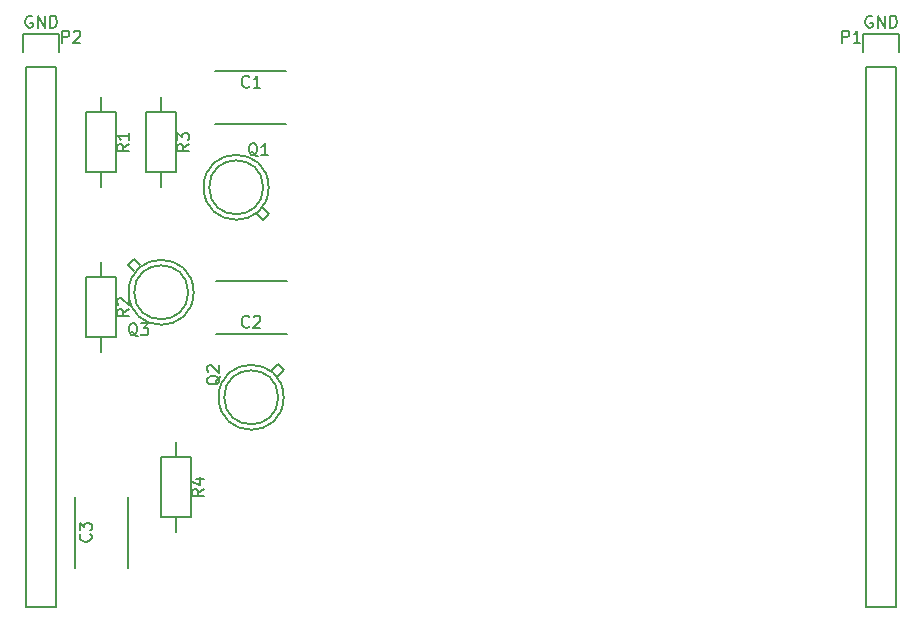
<source format=gbr>
G04 #@! TF.FileFunction,Legend,Top*
%FSLAX46Y46*%
G04 Gerber Fmt 4.6, Leading zero omitted, Abs format (unit mm)*
G04 Created by KiCad (PCBNEW 4.0.3+e1-6302~38~ubuntu16.04.1-stable) date Thu Aug 25 17:12:23 2016*
%MOMM*%
%LPD*%
G01*
G04 APERTURE LIST*
%ADD10C,0.100000*%
%ADD11C,0.150000*%
G04 APERTURE END LIST*
D10*
D11*
X63790000Y-113530000D02*
X63790000Y-107530000D01*
X68290000Y-107530000D02*
X68290000Y-113530000D01*
X73660000Y-104140000D02*
X73660000Y-109220000D01*
X73660000Y-109220000D02*
X71120000Y-109220000D01*
X71120000Y-109220000D02*
X71120000Y-104140000D01*
X71120000Y-104140000D02*
X73660000Y-104140000D01*
X72390000Y-104140000D02*
X72390000Y-102870000D01*
X72390000Y-109220000D02*
X72390000Y-110490000D01*
X81026000Y-96266000D02*
X80518000Y-96774000D01*
X81026000Y-97282000D02*
X81534000Y-96774000D01*
X81534000Y-96774000D02*
X81026000Y-96266000D01*
X81026000Y-99060000D02*
G75*
G03X81026000Y-99060000I-2286000J0D01*
G01*
X81490000Y-99060000D02*
G75*
G03X81490000Y-99060000I-2750000J0D01*
G01*
X68326000Y-87884000D02*
X68834000Y-88392000D01*
X69342000Y-87884000D02*
X68834000Y-87376000D01*
X68834000Y-87376000D02*
X68326000Y-87884000D01*
X73406000Y-90170000D02*
G75*
G03X73406000Y-90170000I-2286000J0D01*
G01*
X73870000Y-90170000D02*
G75*
G03X73870000Y-90170000I-2750000J0D01*
G01*
X81780000Y-93690000D02*
X75780000Y-93690000D01*
X75780000Y-89190000D02*
X81780000Y-89190000D01*
X80264000Y-83566000D02*
X79756000Y-83058000D01*
X79248000Y-83566000D02*
X79756000Y-84074000D01*
X79756000Y-84074000D02*
X80264000Y-83566000D01*
X79756000Y-81280000D02*
G75*
G03X79756000Y-81280000I-2286000J0D01*
G01*
X80220000Y-81280000D02*
G75*
G03X80220000Y-81280000I-2750000J0D01*
G01*
X67310000Y-88900000D02*
X67310000Y-93980000D01*
X67310000Y-93980000D02*
X64770000Y-93980000D01*
X64770000Y-93980000D02*
X64770000Y-88900000D01*
X64770000Y-88900000D02*
X67310000Y-88900000D01*
X66040000Y-88900000D02*
X66040000Y-87630000D01*
X66040000Y-93980000D02*
X66040000Y-95250000D01*
X75700000Y-71410000D02*
X81700000Y-71410000D01*
X81700000Y-75910000D02*
X75700000Y-75910000D01*
X67310000Y-74930000D02*
X67310000Y-80010000D01*
X67310000Y-80010000D02*
X64770000Y-80010000D01*
X64770000Y-80010000D02*
X64770000Y-74930000D01*
X64770000Y-74930000D02*
X67310000Y-74930000D01*
X66040000Y-74930000D02*
X66040000Y-73660000D01*
X66040000Y-80010000D02*
X66040000Y-81280000D01*
X72390000Y-74930000D02*
X72390000Y-80010000D01*
X72390000Y-80010000D02*
X69850000Y-80010000D01*
X69850000Y-80010000D02*
X69850000Y-74930000D01*
X69850000Y-74930000D02*
X72390000Y-74930000D01*
X71120000Y-74930000D02*
X71120000Y-73660000D01*
X71120000Y-80010000D02*
X71120000Y-81280000D01*
X59690000Y-71120000D02*
X59690000Y-116840000D01*
X59690000Y-116840000D02*
X62230000Y-116840000D01*
X62230000Y-116840000D02*
X62230000Y-71120000D01*
X59410000Y-68300000D02*
X59410000Y-69850000D01*
X59690000Y-71120000D02*
X62230000Y-71120000D01*
X62510000Y-69850000D02*
X62510000Y-68300000D01*
X62510000Y-68300000D02*
X59410000Y-68300000D01*
X130810000Y-71120000D02*
X130810000Y-116840000D01*
X130810000Y-116840000D02*
X133350000Y-116840000D01*
X133350000Y-116840000D02*
X133350000Y-71120000D01*
X130530000Y-68300000D02*
X130530000Y-69850000D01*
X130810000Y-71120000D02*
X133350000Y-71120000D01*
X133630000Y-69850000D02*
X133630000Y-68300000D01*
X133630000Y-68300000D02*
X130530000Y-68300000D01*
X65127143Y-110656666D02*
X65174762Y-110704285D01*
X65222381Y-110847142D01*
X65222381Y-110942380D01*
X65174762Y-111085238D01*
X65079524Y-111180476D01*
X64984286Y-111228095D01*
X64793810Y-111275714D01*
X64650952Y-111275714D01*
X64460476Y-111228095D01*
X64365238Y-111180476D01*
X64270000Y-111085238D01*
X64222381Y-110942380D01*
X64222381Y-110847142D01*
X64270000Y-110704285D01*
X64317619Y-110656666D01*
X64222381Y-110323333D02*
X64222381Y-109704285D01*
X64603333Y-110037619D01*
X64603333Y-109894761D01*
X64650952Y-109799523D01*
X64698571Y-109751904D01*
X64793810Y-109704285D01*
X65031905Y-109704285D01*
X65127143Y-109751904D01*
X65174762Y-109799523D01*
X65222381Y-109894761D01*
X65222381Y-110180476D01*
X65174762Y-110275714D01*
X65127143Y-110323333D01*
X74747381Y-106846666D02*
X74271190Y-107180000D01*
X74747381Y-107418095D02*
X73747381Y-107418095D01*
X73747381Y-107037142D01*
X73795000Y-106941904D01*
X73842619Y-106894285D01*
X73937857Y-106846666D01*
X74080714Y-106846666D01*
X74175952Y-106894285D01*
X74223571Y-106941904D01*
X74271190Y-107037142D01*
X74271190Y-107418095D01*
X74080714Y-105989523D02*
X74747381Y-105989523D01*
X73699762Y-106227619D02*
X74414048Y-106465714D01*
X74414048Y-105846666D01*
X76112619Y-97250238D02*
X76065000Y-97345476D01*
X75969762Y-97440714D01*
X75826905Y-97583571D01*
X75779286Y-97678810D01*
X75779286Y-97774048D01*
X76017381Y-97726429D02*
X75969762Y-97821667D01*
X75874524Y-97916905D01*
X75684048Y-97964524D01*
X75350714Y-97964524D01*
X75160238Y-97916905D01*
X75065000Y-97821667D01*
X75017381Y-97726429D01*
X75017381Y-97535952D01*
X75065000Y-97440714D01*
X75160238Y-97345476D01*
X75350714Y-97297857D01*
X75684048Y-97297857D01*
X75874524Y-97345476D01*
X75969762Y-97440714D01*
X76017381Y-97535952D01*
X76017381Y-97726429D01*
X75112619Y-96916905D02*
X75065000Y-96869286D01*
X75017381Y-96774048D01*
X75017381Y-96535952D01*
X75065000Y-96440714D01*
X75112619Y-96393095D01*
X75207857Y-96345476D01*
X75303095Y-96345476D01*
X75445952Y-96393095D01*
X76017381Y-96964524D01*
X76017381Y-96345476D01*
X69119762Y-93892619D02*
X69024524Y-93845000D01*
X68929286Y-93749762D01*
X68786429Y-93606905D01*
X68691190Y-93559286D01*
X68595952Y-93559286D01*
X68643571Y-93797381D02*
X68548333Y-93749762D01*
X68453095Y-93654524D01*
X68405476Y-93464048D01*
X68405476Y-93130714D01*
X68453095Y-92940238D01*
X68548333Y-92845000D01*
X68643571Y-92797381D01*
X68834048Y-92797381D01*
X68929286Y-92845000D01*
X69024524Y-92940238D01*
X69072143Y-93130714D01*
X69072143Y-93464048D01*
X69024524Y-93654524D01*
X68929286Y-93749762D01*
X68834048Y-93797381D01*
X68643571Y-93797381D01*
X69405476Y-92797381D02*
X70024524Y-92797381D01*
X69691190Y-93178333D01*
X69834048Y-93178333D01*
X69929286Y-93225952D01*
X69976905Y-93273571D01*
X70024524Y-93368810D01*
X70024524Y-93606905D01*
X69976905Y-93702143D01*
X69929286Y-93749762D01*
X69834048Y-93797381D01*
X69548333Y-93797381D01*
X69453095Y-93749762D01*
X69405476Y-93702143D01*
X78573334Y-93067143D02*
X78525715Y-93114762D01*
X78382858Y-93162381D01*
X78287620Y-93162381D01*
X78144762Y-93114762D01*
X78049524Y-93019524D01*
X78001905Y-92924286D01*
X77954286Y-92733810D01*
X77954286Y-92590952D01*
X78001905Y-92400476D01*
X78049524Y-92305238D01*
X78144762Y-92210000D01*
X78287620Y-92162381D01*
X78382858Y-92162381D01*
X78525715Y-92210000D01*
X78573334Y-92257619D01*
X78954286Y-92257619D02*
X79001905Y-92210000D01*
X79097143Y-92162381D01*
X79335239Y-92162381D01*
X79430477Y-92210000D01*
X79478096Y-92257619D01*
X79525715Y-92352857D01*
X79525715Y-92448095D01*
X79478096Y-92590952D01*
X78906667Y-93162381D01*
X79525715Y-93162381D01*
X79279762Y-78652619D02*
X79184524Y-78605000D01*
X79089286Y-78509762D01*
X78946429Y-78366905D01*
X78851190Y-78319286D01*
X78755952Y-78319286D01*
X78803571Y-78557381D02*
X78708333Y-78509762D01*
X78613095Y-78414524D01*
X78565476Y-78224048D01*
X78565476Y-77890714D01*
X78613095Y-77700238D01*
X78708333Y-77605000D01*
X78803571Y-77557381D01*
X78994048Y-77557381D01*
X79089286Y-77605000D01*
X79184524Y-77700238D01*
X79232143Y-77890714D01*
X79232143Y-78224048D01*
X79184524Y-78414524D01*
X79089286Y-78509762D01*
X78994048Y-78557381D01*
X78803571Y-78557381D01*
X80184524Y-78557381D02*
X79613095Y-78557381D01*
X79898809Y-78557381D02*
X79898809Y-77557381D01*
X79803571Y-77700238D01*
X79708333Y-77795476D01*
X79613095Y-77843095D01*
X68397381Y-91606666D02*
X67921190Y-91940000D01*
X68397381Y-92178095D02*
X67397381Y-92178095D01*
X67397381Y-91797142D01*
X67445000Y-91701904D01*
X67492619Y-91654285D01*
X67587857Y-91606666D01*
X67730714Y-91606666D01*
X67825952Y-91654285D01*
X67873571Y-91701904D01*
X67921190Y-91797142D01*
X67921190Y-92178095D01*
X67492619Y-91225714D02*
X67445000Y-91178095D01*
X67397381Y-91082857D01*
X67397381Y-90844761D01*
X67445000Y-90749523D01*
X67492619Y-90701904D01*
X67587857Y-90654285D01*
X67683095Y-90654285D01*
X67825952Y-90701904D01*
X68397381Y-91273333D01*
X68397381Y-90654285D01*
X78573334Y-72747143D02*
X78525715Y-72794762D01*
X78382858Y-72842381D01*
X78287620Y-72842381D01*
X78144762Y-72794762D01*
X78049524Y-72699524D01*
X78001905Y-72604286D01*
X77954286Y-72413810D01*
X77954286Y-72270952D01*
X78001905Y-72080476D01*
X78049524Y-71985238D01*
X78144762Y-71890000D01*
X78287620Y-71842381D01*
X78382858Y-71842381D01*
X78525715Y-71890000D01*
X78573334Y-71937619D01*
X79525715Y-72842381D02*
X78954286Y-72842381D01*
X79240000Y-72842381D02*
X79240000Y-71842381D01*
X79144762Y-71985238D01*
X79049524Y-72080476D01*
X78954286Y-72128095D01*
X68397381Y-77636666D02*
X67921190Y-77970000D01*
X68397381Y-78208095D02*
X67397381Y-78208095D01*
X67397381Y-77827142D01*
X67445000Y-77731904D01*
X67492619Y-77684285D01*
X67587857Y-77636666D01*
X67730714Y-77636666D01*
X67825952Y-77684285D01*
X67873571Y-77731904D01*
X67921190Y-77827142D01*
X67921190Y-78208095D01*
X68397381Y-76684285D02*
X68397381Y-77255714D01*
X68397381Y-76970000D02*
X67397381Y-76970000D01*
X67540238Y-77065238D01*
X67635476Y-77160476D01*
X67683095Y-77255714D01*
X73477381Y-77636666D02*
X73001190Y-77970000D01*
X73477381Y-78208095D02*
X72477381Y-78208095D01*
X72477381Y-77827142D01*
X72525000Y-77731904D01*
X72572619Y-77684285D01*
X72667857Y-77636666D01*
X72810714Y-77636666D01*
X72905952Y-77684285D01*
X72953571Y-77731904D01*
X73001190Y-77827142D01*
X73001190Y-78208095D01*
X72477381Y-77303333D02*
X72477381Y-76684285D01*
X72858333Y-77017619D01*
X72858333Y-76874761D01*
X72905952Y-76779523D01*
X72953571Y-76731904D01*
X73048810Y-76684285D01*
X73286905Y-76684285D01*
X73382143Y-76731904D01*
X73429762Y-76779523D01*
X73477381Y-76874761D01*
X73477381Y-77160476D01*
X73429762Y-77255714D01*
X73382143Y-77303333D01*
X62761905Y-69032381D02*
X62761905Y-68032381D01*
X63142858Y-68032381D01*
X63238096Y-68080000D01*
X63285715Y-68127619D01*
X63333334Y-68222857D01*
X63333334Y-68365714D01*
X63285715Y-68460952D01*
X63238096Y-68508571D01*
X63142858Y-68556190D01*
X62761905Y-68556190D01*
X63714286Y-68127619D02*
X63761905Y-68080000D01*
X63857143Y-68032381D01*
X64095239Y-68032381D01*
X64190477Y-68080000D01*
X64238096Y-68127619D01*
X64285715Y-68222857D01*
X64285715Y-68318095D01*
X64238096Y-68460952D01*
X63666667Y-69032381D01*
X64285715Y-69032381D01*
X60198096Y-66810000D02*
X60102858Y-66762381D01*
X59960001Y-66762381D01*
X59817143Y-66810000D01*
X59721905Y-66905238D01*
X59674286Y-67000476D01*
X59626667Y-67190952D01*
X59626667Y-67333810D01*
X59674286Y-67524286D01*
X59721905Y-67619524D01*
X59817143Y-67714762D01*
X59960001Y-67762381D01*
X60055239Y-67762381D01*
X60198096Y-67714762D01*
X60245715Y-67667143D01*
X60245715Y-67333810D01*
X60055239Y-67333810D01*
X60674286Y-67762381D02*
X60674286Y-66762381D01*
X61245715Y-67762381D01*
X61245715Y-66762381D01*
X61721905Y-67762381D02*
X61721905Y-66762381D01*
X61960000Y-66762381D01*
X62102858Y-66810000D01*
X62198096Y-66905238D01*
X62245715Y-67000476D01*
X62293334Y-67190952D01*
X62293334Y-67333810D01*
X62245715Y-67524286D01*
X62198096Y-67619524D01*
X62102858Y-67714762D01*
X61960000Y-67762381D01*
X61721905Y-67762381D01*
X128801905Y-69032381D02*
X128801905Y-68032381D01*
X129182858Y-68032381D01*
X129278096Y-68080000D01*
X129325715Y-68127619D01*
X129373334Y-68222857D01*
X129373334Y-68365714D01*
X129325715Y-68460952D01*
X129278096Y-68508571D01*
X129182858Y-68556190D01*
X128801905Y-68556190D01*
X130325715Y-69032381D02*
X129754286Y-69032381D01*
X130040000Y-69032381D02*
X130040000Y-68032381D01*
X129944762Y-68175238D01*
X129849524Y-68270476D01*
X129754286Y-68318095D01*
X131318096Y-66810000D02*
X131222858Y-66762381D01*
X131080001Y-66762381D01*
X130937143Y-66810000D01*
X130841905Y-66905238D01*
X130794286Y-67000476D01*
X130746667Y-67190952D01*
X130746667Y-67333810D01*
X130794286Y-67524286D01*
X130841905Y-67619524D01*
X130937143Y-67714762D01*
X131080001Y-67762381D01*
X131175239Y-67762381D01*
X131318096Y-67714762D01*
X131365715Y-67667143D01*
X131365715Y-67333810D01*
X131175239Y-67333810D01*
X131794286Y-67762381D02*
X131794286Y-66762381D01*
X132365715Y-67762381D01*
X132365715Y-66762381D01*
X132841905Y-67762381D02*
X132841905Y-66762381D01*
X133080000Y-66762381D01*
X133222858Y-66810000D01*
X133318096Y-66905238D01*
X133365715Y-67000476D01*
X133413334Y-67190952D01*
X133413334Y-67333810D01*
X133365715Y-67524286D01*
X133318096Y-67619524D01*
X133222858Y-67714762D01*
X133080000Y-67762381D01*
X132841905Y-67762381D01*
M02*

</source>
